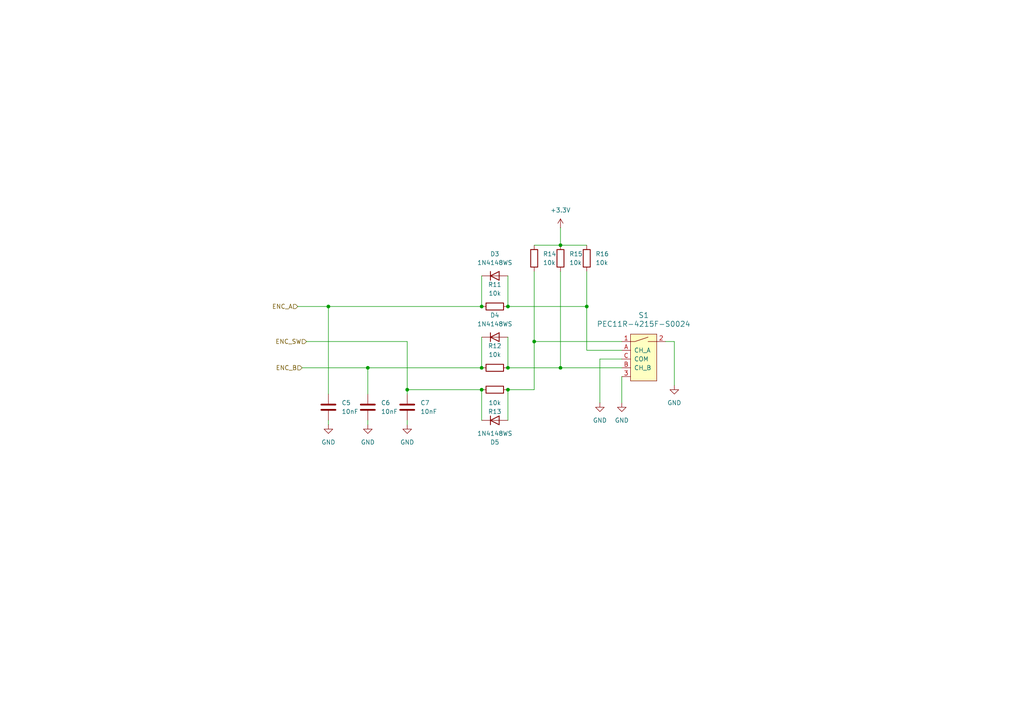
<source format=kicad_sch>
(kicad_sch (version 20250114) (generator "eeschema") (generator_version "9.0")
  (paper "A4")
  (title_block (title "Power"))
  (lib_symbols
    (symbol "Device:C" (pin_numbers (hide yes)) (pin_names (offset 0.254))
      (property "Reference" "C" (at 0.635 2.54 0))
      (property "Value" "C" (at 0.635 -2.54 0))
      (symbol "C_0_1"
        (polyline (pts (xy -2.032 0.762) (xy 2.032 0.762)) (stroke (width 0.508)))
        (polyline (pts (xy -2.032 -0.762) (xy 2.032 -0.762)) (stroke (width 0.508)))
      )
      (symbol "C_1_1"
        (pin passive line (at 0 3.81 270) (length 2.794) (name "~") (number "1"))
        (pin passive line (at 0 -3.81 90) (length 2.794) (name "~") (number "2"))
      )
    )
    (symbol "Device:R" (pin_numbers (hide yes)) (pin_names (offset 0))
      (property "Reference" "R" (at 2.032 0 90))
      (property "Value" "R" (at 0 0 90))
      (symbol "R_0_1"
        (rectangle (start -1.016 -2.54) (end 1.016 2.54) (stroke (width 0.254)))
      )
      (symbol "R_1_1"
        (pin passive line (at 0 3.81 270) (length 1.27) (name "~") (number "1"))
        (pin passive line (at 0 -3.81 90) (length 1.27) (name "~") (number "2"))
      )
    )
    (symbol "Diode:1N4148WS" (pin_numbers (hide yes)) (pin_names (hide yes))
      (property "Reference" "D" (at 0 2.54 0))
      (property "Value" "1N4148WS" (at 0 -2.54 0))
      (symbol "1N4148WS_0_1"
        (polyline (pts (xy -1.27 1.27) (xy -1.27 -1.27)) (stroke (width 0.254)))
        (polyline (pts (xy 1.27 1.27) (xy 1.27 -1.27) (xy -1.27 0) (xy 1.27 1.27)) (stroke (width 0.254)))
        (polyline (pts (xy 1.27 0) (xy -1.27 0)))
      )
      (symbol "1N4148WS_1_1"
        (pin passive line (at -3.81 0 0) (length 2.54) (name "K") (number "1"))
        (pin passive line (at 3.81 0 180) (length 2.54) (name "A") (number "2"))
      )
    )
    (symbol "dk_Encoders:PEC11R-4215F-S0024" (pin_names (offset 1.016))
      (property "Reference" "S" (at -1.27 5.715 0))
      (property "Value" "PEC11R-4215F-S0024" (at -1.27 -9.906 0))
      (symbol "PEC11R-4215F-S0024_0_1"
        (rectangle (start -5.08 4.699) (end 2.54 -8.89) (fill (type background)))
        (polyline (pts (xy -5.08 2.54) (xy -3.81 2.54) (xy 0 3.81)))
        (polyline (pts (xy 0 2.54) (xy 2.54 2.54)))
      )
      (symbol "PEC11R-4215F-S0024_1_1"
        (pin bidirectional line (at -7.62 2.54 0) (length 2.54) (name "~") (number "1"))
        (pin bidirectional line (at -7.62 0 0) (length 2.54) (name "CH_A") (number "A"))
        (pin input line (at -7.62 -2.54 0) (length 2.54) (name "COM") (number "C"))
        (pin bidirectional line (at -7.62 -5.08 0) (length 2.54) (name "CH_B") (number "B"))
        (pin unspecified line (at -7.62 -7.62 0) (length 2.54) (name "~") (number "3"))
        (pin bidirectional line (at 5.08 2.54 180) (length 2.54) (name "~") (number "2"))
      )
    )
    (symbol "power:+3.3V" (power) (pin_numbers (hide yes)) (pin_names (offset 0) (hide yes))
      (property "Value" "+3.3V" (at 0 3.556 0))
      (symbol "+3.3V_0_1"
        (polyline (pts (xy -0.762 1.27) (xy 0 2.54)))
        (polyline (pts (xy 0 2.54) (xy 0.762 1.27)))
        (polyline (pts (xy 0 0) (xy 0 2.54)))
      )
      (symbol "+3.3V_1_1"
        (pin power_in line (at 0 0 90) (length 0) (name "~") (number "1"))
      )
    )
    (symbol "power:GND" (power) (pin_numbers (hide yes)) (pin_names (offset 0) (hide yes))
      (property "Value" "GND" (at 0 -3.81 0))
      (symbol "GND_0_1"
        (polyline (pts (xy 0 0) (xy 0 -1.27) (xy 1.27 -1.27) (xy 0 -2.54) (xy -1.27 -1.27) (xy 0 -1.27)))
      )
      (symbol "GND_1_1"
        (pin power_in line (at 0 0 270) (length 0) (name "~") (number "1"))
      )
    )
  )
  (junction (at 147.32 88.9))
  (junction (at 154.94 99.06))
  (junction (at 106.68 106.68))
  (junction (at 147.32 106.68))
  (junction (at 170.18 88.9))
  (junction (at 139.7 106.68))
  (junction (at 95.25 88.9))
  (junction (at 162.56 106.68))
  (junction (at 147.32 113.03))
  (junction (at 162.56 71.12))
  (junction (at 139.7 88.9))
  (junction (at 139.7 113.03))
  (junction (at 118.11 113.03))
  (wire (pts (xy 180.34 104.14) (xy 173.99 104.14)))
  (wire (pts (xy 147.32 106.68) (xy 162.56 106.68)))
  (wire (pts (xy 139.7 121.92) (xy 139.7 113.03)))
  (wire (pts (xy 147.32 113.03) (xy 154.94 113.03)))
  (wire (pts (xy 154.94 71.12) (xy 162.56 71.12)))
  (wire (pts (xy 118.11 99.06) (xy 118.11 113.03)))
  (wire (pts (xy 170.18 101.6) (xy 180.34 101.6)))
  (wire (pts (xy 170.18 88.9) (xy 170.18 101.6)))
  (wire (pts (xy 154.94 78.74) (xy 154.94 99.06)))
  (wire (pts (xy 106.68 121.92) (xy 106.68 123.19)))
  (wire (pts (xy 170.18 78.74) (xy 170.18 88.9)))
  (wire (pts (xy 118.11 114.3) (xy 118.11 113.03)))
  (wire (pts (xy 86.36 88.9) (xy 95.25 88.9)))
  (wire (pts (xy 162.56 71.12) (xy 162.56 66.04)))
  (wire (pts (xy 180.34 109.22) (xy 180.34 116.84)))
  (wire (pts (xy 147.32 97.79) (xy 147.32 106.68)))
  (wire (pts (xy 147.32 80.01) (xy 147.32 88.9)))
  (wire (pts (xy 147.32 121.92) (xy 147.32 113.03)))
  (wire (pts (xy 87.63 106.68) (xy 106.68 106.68)))
  (wire (pts (xy 147.32 88.9) (xy 170.18 88.9)))
  (wire (pts (xy 139.7 80.01) (xy 139.7 88.9)))
  (wire (pts (xy 154.94 99.06) (xy 180.34 99.06)))
  (wire (pts (xy 195.58 111.76) (xy 195.58 99.06)))
  (wire (pts (xy 162.56 106.68) (xy 180.34 106.68)))
  (wire (pts (xy 162.56 78.74) (xy 162.56 106.68)))
  (wire (pts (xy 88.9 99.06) (xy 118.11 99.06)))
  (wire (pts (xy 139.7 97.79) (xy 139.7 106.68)))
  (wire (pts (xy 195.58 99.06) (xy 193.04 99.06)))
  (wire (pts (xy 95.25 114.3) (xy 95.25 88.9)))
  (wire (pts (xy 118.11 121.92) (xy 118.11 123.19)))
  (wire (pts (xy 154.94 99.06) (xy 154.94 113.03)))
  (wire (pts (xy 95.25 121.92) (xy 95.25 123.19)))
  (wire (pts (xy 173.99 104.14) (xy 173.99 116.84)))
  (wire (pts (xy 162.56 71.12) (xy 170.18 71.12)))
  (wire (pts (xy 106.68 114.3) (xy 106.68 106.68)))
  (wire (pts (xy 95.25 88.9) (xy 139.7 88.9)))
  (wire (pts (xy 106.68 106.68) (xy 139.7 106.68)))
  (wire (pts (xy 118.11 113.03) (xy 139.7 113.03)))
  (hierarchical_label "ENC_B" (shape input) (at 87.63 106.68 180))
  (hierarchical_label "ENC_A" (shape input) (at 86.36 88.9 180))
  (hierarchical_label "ENC_SW" (shape input) (at 88.9 99.06 180))
  (symbol (lib_id "Device:R") (at 143.51 88.9 90) (unit 1)
    (property "Reference" "R11" (at 143.51 82.55 90))
    (property "Value" "10k" (at 143.51 85.09 90))
    (property "Footprint" "Resistor_SMD:R_0805_2012Metric" (effects (hide yes)))
    (property "Description" "Resistor" (effects (hide yes)))
  )
  (symbol (lib_id "power:GND") (at 173.99 116.84 0) (unit 1)
    (property "Reference" "#PWR019" (effects (hide yes)))
    (property "Value" "GND" (at 173.99 121.92 0))
    (property "Description" "Power symbol creates a global label with name \"GND\" , ground" (effects (hide yes)))
  )
  (symbol (lib_id "Device:R") (at 154.94 74.93 180) (unit 1)
    (property "Reference" "R14" (at 157.48 73.6599 0) (effects (justify right)))
    (property "Value" "10k" (at 157.48 76.1999 0) (effects (justify right)))
    (property "Footprint" "Resistor_SMD:R_0805_2012Metric" (effects (hide yes)))
    (property "Description" "Resistor" (effects (hide yes)))
  )
  (symbol (lib_id "Device:R") (at 162.56 74.93 180) (unit 1)
    (property "Reference" "R15" (at 165.1 73.6599 0) (effects (justify right)))
    (property "Value" "10k" (at 165.1 76.1999 0) (effects (justify right)))
    (property "Footprint" "Resistor_SMD:R_0805_2012Metric" (effects (hide yes)))
    (property "Description" "Resistor" (effects (hide yes)))
  )
  (symbol (lib_id "power:GND") (at 195.58 111.76 0) (unit 1)
    (property "Reference" "#PWR021" (effects (hide yes)))
    (property "Value" "GND" (at 195.58 116.84 0))
    (property "Description" "Power symbol creates a global label with name \"GND\" , ground" (effects (hide yes)))
  )
  (symbol (lib_id "Diode:1N4148WS") (at 143.51 121.92 0) (unit 1)
    (property "Reference" "D5" (at 143.51 128.27 0))
    (property "Value" "1N4148WS" (at 143.51 125.73 0))
    (property "Footprint" "Diode_SMD:D_SOD-323" (effects (hide yes)))
    (property "Datasheet" "https://www.vishay.com/docs/85751/1n4148ws.pdf" (effects (hide yes)))
    (property "Description" "75V 0.15A Fast switching Diode, SOD-323" (effects (hide yes)))
    (property "Sim.Device" "D" (effects (hide yes)))
    (property "Sim.Pins" "1=K 2=A" (effects (hide yes)))
  )
  (symbol (lib_id "Device:C") (at 118.11 118.11 0) (unit 1)
    (property "Reference" "C7" (at 121.92 116.8399 0) (effects (justify left)))
    (property "Value" "10nF" (at 121.92 119.3799 0) (effects (justify left)))
    (property "Footprint" "Capacitor_SMD:C_0603_1608Metric" (effects (hide yes)))
    (property "Description" "Unpolarized capacitor" (effects (hide yes)))
  )
  (symbol (lib_id "dk_Encoders:PEC11R-4215F-S0024") (at 187.96 101.6 0) (unit 1)
    (property "Reference" "S1" (at 186.69 91.44 0) (effects (font (size 1.524 1.524))))
    (property "Value" "PEC11R-4215F-S0024" (at 186.69 93.98 0) (effects (font (size 1.524 1.524))))
    (property "Footprint" "digikey-footprints:Rotary_Encoder_Switched_PEC11R" (effects (hide yes)))
    (property "Datasheet" "https://www.bourns.com/docs/Product-Datasheets/PEC11R.pdf" (effects (hide yes)))
    (property "Description" "ROTARY ENCODER MECHANICAL 24PPR" (effects (hide yes)))
    (property "Digi-Key_PN" "PEC11R-4215F-S0024-ND" (effects (hide yes)))
    (property "MPN" "PEC11R-4215F-S0024" (effects (hide yes)))
    (property "Category" "Sensors, Transducers" (effects (hide yes)))
    (property "Family" "Encoders" (effects (hide yes)))
    (property "DK_Datasheet_Link" "https://www.bourns.com/docs/Product-Datasheets/PEC11R.pdf" (effects (hide yes)))
    (property "DK_Detail_Page" "/product-detail/en/bourns-inc/PEC11R-4215F-S0024/PEC11R-4215F-S0024-ND/4499665" (effects (hide yes)))
    (property "Description_1" "ROTARY ENCODER MECHANICAL 24PPR" (effects (hide yes)))
    (property "Manufacturer" "Bourns Inc." (effects (hide yes)))
    (property "Status" "Active" (effects (hide yes)))
  )
  (symbol (lib_id "power:GND") (at 180.34 116.84 0) (unit 1)
    (property "Reference" "#PWR020" (effects (hide yes)))
    (property "Value" "GND" (at 180.34 121.92 0))
    (property "Description" "Power symbol creates a global label with name \"GND\" , ground" (effects (hide yes)))
  )
  (symbol (lib_id "Device:C") (at 95.25 118.11 0) (unit 1)
    (property "Reference" "C5" (at 99.06 116.8399 0) (effects (justify left)))
    (property "Value" "10nF" (at 99.06 119.3799 0) (effects (justify left)))
    (property "Footprint" "Capacitor_SMD:C_0603_1608Metric" (effects (hide yes)))
    (property "Description" "Unpolarized capacitor" (effects (hide yes)))
  )
  (symbol (lib_id "Diode:1N4148WS") (at 143.51 80.01 0) (unit 1)
    (property "Reference" "D3" (at 143.51 73.66 0))
    (property "Value" "1N4148WS" (at 143.51 76.2 0))
    (property "Footprint" "Diode_SMD:D_SOD-323" (effects (hide yes)))
    (property "Datasheet" "https://www.vishay.com/docs/85751/1n4148ws.pdf" (effects (hide yes)))
    (property "Description" "75V 0.15A Fast switching Diode, SOD-323" (effects (hide yes)))
    (property "Sim.Device" "D" (effects (hide yes)))
    (property "Sim.Pins" "1=K 2=A" (effects (hide yes)))
  )
  (symbol (lib_id "Device:R") (at 170.18 74.93 180) (unit 1)
    (property "Reference" "R16" (at 172.72 73.6599 0) (effects (justify right)))
    (property "Value" "10k" (at 172.72 76.1999 0) (effects (justify right)))
    (property "Footprint" "Resistor_SMD:R_0805_2012Metric" (effects (hide yes)))
    (property "Description" "Resistor" (effects (hide yes)))
  )
  (symbol (lib_id "Diode:1N4148WS") (at 143.51 97.79 0) (unit 1)
    (property "Reference" "D4" (at 143.51 91.44 0))
    (property "Value" "1N4148WS" (at 143.51 93.98 0))
    (property "Footprint" "Diode_SMD:D_SOD-323" (effects (hide yes)))
    (property "Datasheet" "https://www.vishay.com/docs/85751/1n4148ws.pdf" (effects (hide yes)))
    (property "Description" "75V 0.15A Fast switching Diode, SOD-323" (effects (hide yes)))
    (property "Sim.Device" "D" (effects (hide yes)))
    (property "Sim.Pins" "1=K 2=A" (effects (hide yes)))
  )
  (symbol (lib_id "power:GND") (at 95.25 123.19 0) (unit 1)
    (property "Reference" "#PWR015" (effects (hide yes)))
    (property "Value" "GND" (at 95.25 128.27 0))
    (property "Description" "Power symbol creates a global label with name \"GND\" , ground" (effects (hide yes)))
  )
  (symbol (lib_id "Device:C") (at 106.68 118.11 0) (unit 1)
    (property "Reference" "C6" (at 110.49 116.8399 0) (effects (justify left)))
    (property "Value" "10nF" (at 110.49 119.3799 0) (effects (justify left)))
    (property "Footprint" "Capacitor_SMD:C_0603_1608Metric" (effects (hide yes)))
    (property "Description" "Unpolarized capacitor" (effects (hide yes)))
  )
  (symbol (lib_id "power:GND") (at 106.68 123.19 0) (unit 1)
    (property "Reference" "#PWR016" (effects (hide yes)))
    (property "Value" "GND" (at 106.68 128.27 0))
    (property "Description" "Power symbol creates a global label with name \"GND\" , ground" (effects (hide yes)))
  )
  (symbol (lib_id "Device:R") (at 143.51 113.03 270) (unit 1)
    (property "Reference" "R13" (at 143.51 119.38 90))
    (property "Value" "10k" (at 143.51 116.84 90))
    (property "Footprint" "Resistor_SMD:R_0805_2012Metric" (effects (hide yes)))
    (property "Description" "Resistor" (effects (hide yes)))
  )
  (symbol (lib_id "Device:R") (at 143.51 106.68 90) (unit 1)
    (property "Reference" "R12" (at 143.51 100.33 90))
    (property "Value" "10k" (at 143.51 102.87 90))
    (property "Footprint" "Resistor_SMD:R_0805_2012Metric" (effects (hide yes)))
    (property "Description" "Resistor" (effects (hide yes)))
  )
  (symbol (lib_id "power:GND") (at 118.11 123.19 0) (unit 1)
    (property "Reference" "#PWR017" (effects (hide yes)))
    (property "Value" "GND" (at 118.11 128.27 0))
    (property "Description" "Power symbol creates a global label with name \"GND\" , ground" (effects (hide yes)))
  )
  (symbol (lib_id "power:+3.3V") (at 162.56 66.04 0) (unit 1)
    (property "Reference" "#PWR018" (effects (hide yes)))
    (property "Value" "+3.3V" (at 162.56 60.96 0))
    (property "Description" "Power symbol creates a global label with name \"+3.3V\"" (effects (hide yes)))
  )
)
</source>
